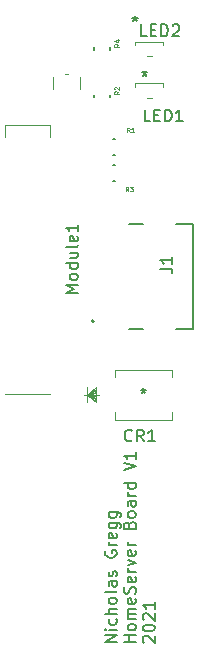
<source format=gto>
%TF.GenerationSoftware,KiCad,Pcbnew,(5.99.0-11661-g1332208ab1)*%
%TF.CreationDate,2021-08-26T20:26:43-05:00*%
%TF.ProjectId,rpi-cm4-carrier-template,7270692d-636d-4342-9d63-617272696572,v01*%
%TF.SameCoordinates,Original*%
%TF.FileFunction,Legend,Top*%
%TF.FilePolarity,Positive*%
%FSLAX46Y46*%
G04 Gerber Fmt 4.6, Leading zero omitted, Abs format (unit mm)*
G04 Created by KiCad (PCBNEW (5.99.0-11661-g1332208ab1)) date 2021-08-26 20:26:43*
%MOMM*%
%LPD*%
G01*
G04 APERTURE LIST*
%ADD10C,0.200000*%
%ADD11C,0.150000*%
%ADD12C,0.098425*%
%ADD13C,0.120000*%
%ADD14C,0.127000*%
G04 APERTURE END LIST*
D10*
X171242380Y-132431904D02*
X170242380Y-132431904D01*
X171242380Y-131860476D01*
X170242380Y-131860476D01*
X171242380Y-131384285D02*
X170575714Y-131384285D01*
X170242380Y-131384285D02*
X170290000Y-131431904D01*
X170337619Y-131384285D01*
X170290000Y-131336666D01*
X170242380Y-131384285D01*
X170337619Y-131384285D01*
X171194761Y-130479523D02*
X171242380Y-130574761D01*
X171242380Y-130765238D01*
X171194761Y-130860476D01*
X171147142Y-130908095D01*
X171051904Y-130955714D01*
X170766190Y-130955714D01*
X170670952Y-130908095D01*
X170623333Y-130860476D01*
X170575714Y-130765238D01*
X170575714Y-130574761D01*
X170623333Y-130479523D01*
X171242380Y-130050952D02*
X170242380Y-130050952D01*
X171242380Y-129622380D02*
X170718571Y-129622380D01*
X170623333Y-129670000D01*
X170575714Y-129765238D01*
X170575714Y-129908095D01*
X170623333Y-130003333D01*
X170670952Y-130050952D01*
X171242380Y-129003333D02*
X171194761Y-129098571D01*
X171147142Y-129146190D01*
X171051904Y-129193809D01*
X170766190Y-129193809D01*
X170670952Y-129146190D01*
X170623333Y-129098571D01*
X170575714Y-129003333D01*
X170575714Y-128860476D01*
X170623333Y-128765238D01*
X170670952Y-128717619D01*
X170766190Y-128670000D01*
X171051904Y-128670000D01*
X171147142Y-128717619D01*
X171194761Y-128765238D01*
X171242380Y-128860476D01*
X171242380Y-129003333D01*
X171242380Y-128098571D02*
X171194761Y-128193809D01*
X171099523Y-128241428D01*
X170242380Y-128241428D01*
X171242380Y-127289047D02*
X170718571Y-127289047D01*
X170623333Y-127336666D01*
X170575714Y-127431904D01*
X170575714Y-127622380D01*
X170623333Y-127717619D01*
X171194761Y-127289047D02*
X171242380Y-127384285D01*
X171242380Y-127622380D01*
X171194761Y-127717619D01*
X171099523Y-127765238D01*
X171004285Y-127765238D01*
X170909047Y-127717619D01*
X170861428Y-127622380D01*
X170861428Y-127384285D01*
X170813809Y-127289047D01*
X171194761Y-126860476D02*
X171242380Y-126765238D01*
X171242380Y-126574761D01*
X171194761Y-126479523D01*
X171099523Y-126431904D01*
X171051904Y-126431904D01*
X170956666Y-126479523D01*
X170909047Y-126574761D01*
X170909047Y-126717619D01*
X170861428Y-126812857D01*
X170766190Y-126860476D01*
X170718571Y-126860476D01*
X170623333Y-126812857D01*
X170575714Y-126717619D01*
X170575714Y-126574761D01*
X170623333Y-126479523D01*
X170290000Y-124717619D02*
X170242380Y-124812857D01*
X170242380Y-124955714D01*
X170290000Y-125098571D01*
X170385238Y-125193809D01*
X170480476Y-125241428D01*
X170670952Y-125289047D01*
X170813809Y-125289047D01*
X171004285Y-125241428D01*
X171099523Y-125193809D01*
X171194761Y-125098571D01*
X171242380Y-124955714D01*
X171242380Y-124860476D01*
X171194761Y-124717619D01*
X171147142Y-124670000D01*
X170813809Y-124670000D01*
X170813809Y-124860476D01*
X171242380Y-124241428D02*
X170575714Y-124241428D01*
X170766190Y-124241428D02*
X170670952Y-124193809D01*
X170623333Y-124146190D01*
X170575714Y-124050952D01*
X170575714Y-123955714D01*
X171194761Y-123241428D02*
X171242380Y-123336666D01*
X171242380Y-123527142D01*
X171194761Y-123622380D01*
X171099523Y-123670000D01*
X170718571Y-123670000D01*
X170623333Y-123622380D01*
X170575714Y-123527142D01*
X170575714Y-123336666D01*
X170623333Y-123241428D01*
X170718571Y-123193809D01*
X170813809Y-123193809D01*
X170909047Y-123670000D01*
X170575714Y-122336666D02*
X171385238Y-122336666D01*
X171480476Y-122384285D01*
X171528095Y-122431904D01*
X171575714Y-122527142D01*
X171575714Y-122670000D01*
X171528095Y-122765238D01*
X171194761Y-122336666D02*
X171242380Y-122431904D01*
X171242380Y-122622380D01*
X171194761Y-122717619D01*
X171147142Y-122765238D01*
X171051904Y-122812857D01*
X170766190Y-122812857D01*
X170670952Y-122765238D01*
X170623333Y-122717619D01*
X170575714Y-122622380D01*
X170575714Y-122431904D01*
X170623333Y-122336666D01*
X170575714Y-121431904D02*
X171385238Y-121431904D01*
X171480476Y-121479523D01*
X171528095Y-121527142D01*
X171575714Y-121622380D01*
X171575714Y-121765238D01*
X171528095Y-121860476D01*
X171194761Y-121431904D02*
X171242380Y-121527142D01*
X171242380Y-121717619D01*
X171194761Y-121812857D01*
X171147142Y-121860476D01*
X171051904Y-121908095D01*
X170766190Y-121908095D01*
X170670952Y-121860476D01*
X170623333Y-121812857D01*
X170575714Y-121717619D01*
X170575714Y-121527142D01*
X170623333Y-121431904D01*
X172852380Y-132431904D02*
X171852380Y-132431904D01*
X172328571Y-132431904D02*
X172328571Y-131860476D01*
X172852380Y-131860476D02*
X171852380Y-131860476D01*
X172852380Y-131241428D02*
X172804761Y-131336666D01*
X172757142Y-131384285D01*
X172661904Y-131431904D01*
X172376190Y-131431904D01*
X172280952Y-131384285D01*
X172233333Y-131336666D01*
X172185714Y-131241428D01*
X172185714Y-131098571D01*
X172233333Y-131003333D01*
X172280952Y-130955714D01*
X172376190Y-130908095D01*
X172661904Y-130908095D01*
X172757142Y-130955714D01*
X172804761Y-131003333D01*
X172852380Y-131098571D01*
X172852380Y-131241428D01*
X172852380Y-130479523D02*
X172185714Y-130479523D01*
X172280952Y-130479523D02*
X172233333Y-130431904D01*
X172185714Y-130336666D01*
X172185714Y-130193809D01*
X172233333Y-130098571D01*
X172328571Y-130050952D01*
X172852380Y-130050952D01*
X172328571Y-130050952D02*
X172233333Y-130003333D01*
X172185714Y-129908095D01*
X172185714Y-129765238D01*
X172233333Y-129670000D01*
X172328571Y-129622380D01*
X172852380Y-129622380D01*
X172804761Y-128765238D02*
X172852380Y-128860476D01*
X172852380Y-129050952D01*
X172804761Y-129146190D01*
X172709523Y-129193809D01*
X172328571Y-129193809D01*
X172233333Y-129146190D01*
X172185714Y-129050952D01*
X172185714Y-128860476D01*
X172233333Y-128765238D01*
X172328571Y-128717619D01*
X172423809Y-128717619D01*
X172519047Y-129193809D01*
X172804761Y-128336666D02*
X172852380Y-128193809D01*
X172852380Y-127955714D01*
X172804761Y-127860476D01*
X172757142Y-127812857D01*
X172661904Y-127765238D01*
X172566666Y-127765238D01*
X172471428Y-127812857D01*
X172423809Y-127860476D01*
X172376190Y-127955714D01*
X172328571Y-128146190D01*
X172280952Y-128241428D01*
X172233333Y-128289047D01*
X172138095Y-128336666D01*
X172042857Y-128336666D01*
X171947619Y-128289047D01*
X171900000Y-128241428D01*
X171852380Y-128146190D01*
X171852380Y-127908095D01*
X171900000Y-127765238D01*
X172804761Y-126955714D02*
X172852380Y-127050952D01*
X172852380Y-127241428D01*
X172804761Y-127336666D01*
X172709523Y-127384285D01*
X172328571Y-127384285D01*
X172233333Y-127336666D01*
X172185714Y-127241428D01*
X172185714Y-127050952D01*
X172233333Y-126955714D01*
X172328571Y-126908095D01*
X172423809Y-126908095D01*
X172519047Y-127384285D01*
X172852380Y-126479523D02*
X172185714Y-126479523D01*
X172376190Y-126479523D02*
X172280952Y-126431904D01*
X172233333Y-126384285D01*
X172185714Y-126289047D01*
X172185714Y-126193809D01*
X172185714Y-125955714D02*
X172852380Y-125717619D01*
X172185714Y-125479523D01*
X172804761Y-124717619D02*
X172852380Y-124812857D01*
X172852380Y-125003333D01*
X172804761Y-125098571D01*
X172709523Y-125146190D01*
X172328571Y-125146190D01*
X172233333Y-125098571D01*
X172185714Y-125003333D01*
X172185714Y-124812857D01*
X172233333Y-124717619D01*
X172328571Y-124670000D01*
X172423809Y-124670000D01*
X172519047Y-125146190D01*
X172852380Y-124241428D02*
X172185714Y-124241428D01*
X172376190Y-124241428D02*
X172280952Y-124193809D01*
X172233333Y-124146190D01*
X172185714Y-124050952D01*
X172185714Y-123955714D01*
X172328571Y-122527142D02*
X172376190Y-122384285D01*
X172423809Y-122336666D01*
X172519047Y-122289047D01*
X172661904Y-122289047D01*
X172757142Y-122336666D01*
X172804761Y-122384285D01*
X172852380Y-122479523D01*
X172852380Y-122860476D01*
X171852380Y-122860476D01*
X171852380Y-122527142D01*
X171900000Y-122431904D01*
X171947619Y-122384285D01*
X172042857Y-122336666D01*
X172138095Y-122336666D01*
X172233333Y-122384285D01*
X172280952Y-122431904D01*
X172328571Y-122527142D01*
X172328571Y-122860476D01*
X172852380Y-121717619D02*
X172804761Y-121812857D01*
X172757142Y-121860476D01*
X172661904Y-121908095D01*
X172376190Y-121908095D01*
X172280952Y-121860476D01*
X172233333Y-121812857D01*
X172185714Y-121717619D01*
X172185714Y-121574761D01*
X172233333Y-121479523D01*
X172280952Y-121431904D01*
X172376190Y-121384285D01*
X172661904Y-121384285D01*
X172757142Y-121431904D01*
X172804761Y-121479523D01*
X172852380Y-121574761D01*
X172852380Y-121717619D01*
X172852380Y-120527142D02*
X172328571Y-120527142D01*
X172233333Y-120574761D01*
X172185714Y-120670000D01*
X172185714Y-120860476D01*
X172233333Y-120955714D01*
X172804761Y-120527142D02*
X172852380Y-120622380D01*
X172852380Y-120860476D01*
X172804761Y-120955714D01*
X172709523Y-121003333D01*
X172614285Y-121003333D01*
X172519047Y-120955714D01*
X172471428Y-120860476D01*
X172471428Y-120622380D01*
X172423809Y-120527142D01*
X172852380Y-120050952D02*
X172185714Y-120050952D01*
X172376190Y-120050952D02*
X172280952Y-120003333D01*
X172233333Y-119955714D01*
X172185714Y-119860476D01*
X172185714Y-119765238D01*
X172852380Y-119003333D02*
X171852380Y-119003333D01*
X172804761Y-119003333D02*
X172852380Y-119098571D01*
X172852380Y-119289047D01*
X172804761Y-119384285D01*
X172757142Y-119431904D01*
X172661904Y-119479523D01*
X172376190Y-119479523D01*
X172280952Y-119431904D01*
X172233333Y-119384285D01*
X172185714Y-119289047D01*
X172185714Y-119098571D01*
X172233333Y-119003333D01*
X171852380Y-117908095D02*
X172852380Y-117574761D01*
X171852380Y-117241428D01*
X172852380Y-116384285D02*
X172852380Y-116955714D01*
X172852380Y-116670000D02*
X171852380Y-116670000D01*
X171995238Y-116765238D01*
X172090476Y-116860476D01*
X172138095Y-116955714D01*
X173557619Y-132479523D02*
X173510000Y-132431904D01*
X173462380Y-132336666D01*
X173462380Y-132098571D01*
X173510000Y-132003333D01*
X173557619Y-131955714D01*
X173652857Y-131908095D01*
X173748095Y-131908095D01*
X173890952Y-131955714D01*
X174462380Y-132527142D01*
X174462380Y-131908095D01*
X173462380Y-131289047D02*
X173462380Y-131193809D01*
X173510000Y-131098571D01*
X173557619Y-131050952D01*
X173652857Y-131003333D01*
X173843333Y-130955714D01*
X174081428Y-130955714D01*
X174271904Y-131003333D01*
X174367142Y-131050952D01*
X174414761Y-131098571D01*
X174462380Y-131193809D01*
X174462380Y-131289047D01*
X174414761Y-131384285D01*
X174367142Y-131431904D01*
X174271904Y-131479523D01*
X174081428Y-131527142D01*
X173843333Y-131527142D01*
X173652857Y-131479523D01*
X173557619Y-131431904D01*
X173510000Y-131384285D01*
X173462380Y-131289047D01*
X173557619Y-130574761D02*
X173510000Y-130527142D01*
X173462380Y-130431904D01*
X173462380Y-130193809D01*
X173510000Y-130098571D01*
X173557619Y-130050952D01*
X173652857Y-130003333D01*
X173748095Y-130003333D01*
X173890952Y-130050952D01*
X174462380Y-130622380D01*
X174462380Y-130003333D01*
X174462380Y-129050952D02*
X174462380Y-129622380D01*
X174462380Y-129336666D02*
X173462380Y-129336666D01*
X173605238Y-129431904D01*
X173700476Y-129527142D01*
X173748095Y-129622380D01*
D11*
%TO.C,CR1*%
X172533333Y-115357142D02*
X172485714Y-115404761D01*
X172342857Y-115452380D01*
X172247619Y-115452380D01*
X172104761Y-115404761D01*
X172009523Y-115309523D01*
X171961904Y-115214285D01*
X171914285Y-115023809D01*
X171914285Y-114880952D01*
X171961904Y-114690476D01*
X172009523Y-114595238D01*
X172104761Y-114500000D01*
X172247619Y-114452380D01*
X172342857Y-114452380D01*
X172485714Y-114500000D01*
X172533333Y-114547619D01*
X173533333Y-115452380D02*
X173200000Y-114976190D01*
X172961904Y-115452380D02*
X172961904Y-114452380D01*
X173342857Y-114452380D01*
X173438095Y-114500000D01*
X173485714Y-114547619D01*
X173533333Y-114642857D01*
X173533333Y-114785714D01*
X173485714Y-114880952D01*
X173438095Y-114928571D01*
X173342857Y-114976190D01*
X172961904Y-114976190D01*
X174485714Y-115452380D02*
X173914285Y-115452380D01*
X174200000Y-115452380D02*
X174200000Y-114452380D01*
X174104761Y-114595238D01*
X174009523Y-114690476D01*
X173914285Y-114738095D01*
X173500000Y-110952380D02*
X173500000Y-111190476D01*
X173261904Y-111095238D02*
X173500000Y-111190476D01*
X173738095Y-111095238D01*
X173357142Y-111380952D02*
X173500000Y-111190476D01*
X173642857Y-111380952D01*
D12*
%TO.C,R2*%
X171448102Y-85805616D02*
X171260626Y-85936850D01*
X171448102Y-86030588D02*
X171054401Y-86030588D01*
X171054401Y-85880607D01*
X171073149Y-85843112D01*
X171091897Y-85824364D01*
X171129392Y-85805616D01*
X171185635Y-85805616D01*
X171223130Y-85824364D01*
X171241878Y-85843112D01*
X171260626Y-85880607D01*
X171260626Y-86030588D01*
X171091897Y-85655635D02*
X171073149Y-85636887D01*
X171054401Y-85599392D01*
X171054401Y-85505654D01*
X171073149Y-85468158D01*
X171091897Y-85449411D01*
X171129392Y-85430663D01*
X171166887Y-85430663D01*
X171223130Y-85449411D01*
X171448102Y-85674383D01*
X171448102Y-85430663D01*
D11*
%TO.C,LED1*%
X174080952Y-88352380D02*
X173604761Y-88352380D01*
X173604761Y-87352380D01*
X174414285Y-87828571D02*
X174747619Y-87828571D01*
X174890476Y-88352380D02*
X174414285Y-88352380D01*
X174414285Y-87352380D01*
X174890476Y-87352380D01*
X175319047Y-88352380D02*
X175319047Y-87352380D01*
X175557142Y-87352380D01*
X175700000Y-87400000D01*
X175795238Y-87495238D01*
X175842857Y-87590476D01*
X175890476Y-87780952D01*
X175890476Y-87923809D01*
X175842857Y-88114285D01*
X175795238Y-88209523D01*
X175700000Y-88304761D01*
X175557142Y-88352380D01*
X175319047Y-88352380D01*
X176842857Y-88352380D02*
X176271428Y-88352380D01*
X176557142Y-88352380D02*
X176557142Y-87352380D01*
X176461904Y-87495238D01*
X176366666Y-87590476D01*
X176271428Y-87638095D01*
X173600000Y-84052380D02*
X173600000Y-84290476D01*
X173361904Y-84195238D02*
X173600000Y-84290476D01*
X173838095Y-84195238D01*
X173457142Y-84480952D02*
X173600000Y-84290476D01*
X173742857Y-84480952D01*
D12*
%TO.C,R4*%
X171448102Y-81805616D02*
X171260626Y-81936850D01*
X171448102Y-82030588D02*
X171054401Y-82030588D01*
X171054401Y-81880607D01*
X171073149Y-81843112D01*
X171091897Y-81824364D01*
X171129392Y-81805616D01*
X171185635Y-81805616D01*
X171223130Y-81824364D01*
X171241878Y-81843112D01*
X171260626Y-81880607D01*
X171260626Y-82030588D01*
X171185635Y-81468158D02*
X171448102Y-81468158D01*
X171035654Y-81561897D02*
X171316869Y-81655635D01*
X171316869Y-81411915D01*
%TO.C,R3*%
X172234383Y-94278102D02*
X172103149Y-94090626D01*
X172009411Y-94278102D02*
X172009411Y-93884401D01*
X172159392Y-93884401D01*
X172196887Y-93903149D01*
X172215635Y-93921897D01*
X172234383Y-93959392D01*
X172234383Y-94015635D01*
X172215635Y-94053130D01*
X172196887Y-94071878D01*
X172159392Y-94090626D01*
X172009411Y-94090626D01*
X172365616Y-93884401D02*
X172609336Y-93884401D01*
X172478102Y-94034383D01*
X172534345Y-94034383D01*
X172571841Y-94053130D01*
X172590588Y-94071878D01*
X172609336Y-94109373D01*
X172609336Y-94203112D01*
X172590588Y-94240607D01*
X172571841Y-94259355D01*
X172534345Y-94278102D01*
X172421859Y-94278102D01*
X172384364Y-94259355D01*
X172365616Y-94240607D01*
D11*
%TO.C,J1*%
X174952380Y-100833333D02*
X175666666Y-100833333D01*
X175809523Y-100880952D01*
X175904761Y-100976190D01*
X175952380Y-101119047D01*
X175952380Y-101214285D01*
X175952380Y-99833333D02*
X175952380Y-100404761D01*
X175952380Y-100119047D02*
X174952380Y-100119047D01*
X175095238Y-100214285D01*
X175190476Y-100309523D01*
X175238095Y-100404761D01*
D12*
%TO.C,R1*%
X172334383Y-89278102D02*
X172203149Y-89090626D01*
X172109411Y-89278102D02*
X172109411Y-88884401D01*
X172259392Y-88884401D01*
X172296887Y-88903149D01*
X172315635Y-88921897D01*
X172334383Y-88959392D01*
X172334383Y-89015635D01*
X172315635Y-89053130D01*
X172296887Y-89071878D01*
X172259392Y-89090626D01*
X172109411Y-89090626D01*
X172709336Y-89278102D02*
X172484364Y-89278102D01*
X172596850Y-89278102D02*
X172596850Y-88884401D01*
X172559355Y-88940644D01*
X172521859Y-88978140D01*
X172484364Y-88996887D01*
D11*
%TO.C,LED2*%
X173780952Y-81152380D02*
X173304761Y-81152380D01*
X173304761Y-80152380D01*
X174114285Y-80628571D02*
X174447619Y-80628571D01*
X174590476Y-81152380D02*
X174114285Y-81152380D01*
X174114285Y-80152380D01*
X174590476Y-80152380D01*
X175019047Y-81152380D02*
X175019047Y-80152380D01*
X175257142Y-80152380D01*
X175400000Y-80200000D01*
X175495238Y-80295238D01*
X175542857Y-80390476D01*
X175590476Y-80580952D01*
X175590476Y-80723809D01*
X175542857Y-80914285D01*
X175495238Y-81009523D01*
X175400000Y-81104761D01*
X175257142Y-81152380D01*
X175019047Y-81152380D01*
X175971428Y-80247619D02*
X176019047Y-80200000D01*
X176114285Y-80152380D01*
X176352380Y-80152380D01*
X176447619Y-80200000D01*
X176495238Y-80247619D01*
X176542857Y-80342857D01*
X176542857Y-80438095D01*
X176495238Y-80580952D01*
X175923809Y-81152380D01*
X176542857Y-81152380D01*
X172800000Y-79452380D02*
X172800000Y-79690476D01*
X172561904Y-79595238D02*
X172800000Y-79690476D01*
X173038095Y-79595238D01*
X172657142Y-79880952D02*
X172800000Y-79690476D01*
X172942857Y-79880952D01*
%TO.C,Module1*%
X167952380Y-102857142D02*
X166952380Y-102857142D01*
X167666666Y-102523809D01*
X166952380Y-102190476D01*
X167952380Y-102190476D01*
X167952380Y-101571428D02*
X167904761Y-101666666D01*
X167857142Y-101714285D01*
X167761904Y-101761904D01*
X167476190Y-101761904D01*
X167380952Y-101714285D01*
X167333333Y-101666666D01*
X167285714Y-101571428D01*
X167285714Y-101428571D01*
X167333333Y-101333333D01*
X167380952Y-101285714D01*
X167476190Y-101238095D01*
X167761904Y-101238095D01*
X167857142Y-101285714D01*
X167904761Y-101333333D01*
X167952380Y-101428571D01*
X167952380Y-101571428D01*
X167952380Y-100380952D02*
X166952380Y-100380952D01*
X167904761Y-100380952D02*
X167952380Y-100476190D01*
X167952380Y-100666666D01*
X167904761Y-100761904D01*
X167857142Y-100809523D01*
X167761904Y-100857142D01*
X167476190Y-100857142D01*
X167380952Y-100809523D01*
X167333333Y-100761904D01*
X167285714Y-100666666D01*
X167285714Y-100476190D01*
X167333333Y-100380952D01*
X167285714Y-99476190D02*
X167952380Y-99476190D01*
X167285714Y-99904761D02*
X167809523Y-99904761D01*
X167904761Y-99857142D01*
X167952380Y-99761904D01*
X167952380Y-99619047D01*
X167904761Y-99523809D01*
X167857142Y-99476190D01*
X167952380Y-98857142D02*
X167904761Y-98952380D01*
X167809523Y-99000000D01*
X166952380Y-99000000D01*
X167904761Y-98095238D02*
X167952380Y-98190476D01*
X167952380Y-98380952D01*
X167904761Y-98476190D01*
X167809523Y-98523809D01*
X167428571Y-98523809D01*
X167333333Y-98476190D01*
X167285714Y-98380952D01*
X167285714Y-98190476D01*
X167333333Y-98095238D01*
X167428571Y-98047619D01*
X167523809Y-98047619D01*
X167619047Y-98523809D01*
X167952380Y-97095238D02*
X167952380Y-97666666D01*
X167952380Y-97380952D02*
X166952380Y-97380952D01*
X167095238Y-97476190D01*
X167190476Y-97571428D01*
X167238095Y-97666666D01*
D13*
%TO.C,CR1*%
X168699400Y-111500000D02*
X169461400Y-111754000D01*
X169461400Y-110865000D02*
X169461400Y-112135000D01*
X175925700Y-109391800D02*
X171074300Y-109391800D01*
X171074300Y-109391800D02*
X171074300Y-110036960D01*
X171074300Y-112963040D02*
X171074300Y-113608200D01*
X168699400Y-111500000D02*
X169461400Y-111119000D01*
X168699400Y-111500000D02*
X169461400Y-112135000D01*
X168699400Y-111500000D02*
X169461400Y-110992000D01*
X171074300Y-113608200D02*
X175925700Y-113608200D01*
X175925700Y-113608200D02*
X175925700Y-112963040D01*
X168699400Y-111500000D02*
X169461400Y-110865000D01*
X169715400Y-111500000D02*
X168445400Y-111500000D01*
X168699400Y-111500000D02*
X169461400Y-111246000D01*
X168699400Y-111500000D02*
X169461400Y-111627000D01*
X168699400Y-111500000D02*
X169461400Y-111373000D01*
X168699400Y-110865000D02*
X168699400Y-112135000D01*
X168699400Y-111500000D02*
X169461400Y-112008000D01*
X168699400Y-111500000D02*
X169461400Y-111881000D01*
X175925700Y-110036960D02*
X175925700Y-109391800D01*
%TO.C,U1*%
X165869700Y-84616297D02*
X165869700Y-85583703D01*
X167139459Y-84350700D02*
X166860541Y-84350700D01*
X168130300Y-85583703D02*
X168130300Y-84616297D01*
D14*
%TO.C,R2*%
X170680000Y-86100000D02*
X170680000Y-86300000D01*
X169320000Y-86100000D02*
X169320000Y-86300000D01*
D13*
%TO.C,LED1*%
X173782040Y-86372300D02*
X174217960Y-86372300D01*
X175181100Y-85127700D02*
X172818900Y-85127700D01*
X175181100Y-85426660D02*
X175181100Y-85127700D01*
X172818900Y-85127700D02*
X172818900Y-85426660D01*
D14*
%TO.C,R4*%
X170680000Y-82100000D02*
X170680000Y-82300000D01*
X169320000Y-82100000D02*
X169320000Y-82300000D01*
%TO.C,R3*%
X171100000Y-93430000D02*
X170900000Y-93430000D01*
X171100000Y-92070000D02*
X170900000Y-92070000D01*
D10*
%TO.C,J1*%
X172297500Y-97030000D02*
X173507500Y-97030000D01*
X177717500Y-105970000D02*
X177717500Y-97030000D01*
X172297500Y-105970000D02*
X173507500Y-105970000D01*
X176227500Y-105970000D02*
X177717500Y-105970000D01*
X177717500Y-97030000D02*
X176227500Y-97030000D01*
X169307500Y-105280000D02*
G75*
G03*
X169307500Y-105280000I-100000J0D01*
G01*
D14*
%TO.C,R1*%
X171100000Y-89820000D02*
X170900000Y-89820000D01*
X171100000Y-91180000D02*
X170900000Y-91180000D01*
D13*
%TO.C,LED2*%
X175181100Y-81893460D02*
X175181100Y-81594500D01*
X172818900Y-81594500D02*
X172818900Y-81893460D01*
X173782040Y-82839100D02*
X174217960Y-82839100D01*
X175181100Y-81594500D02*
X172818900Y-81594500D01*
%TO.C,Module1*%
X161826655Y-88652982D02*
X161826655Y-89652982D01*
X165606655Y-88652982D02*
X165606655Y-89652982D01*
X165606655Y-111452982D02*
X161826655Y-111452982D01*
X165606655Y-88652982D02*
X161826655Y-88652982D01*
%TD*%
M02*

</source>
